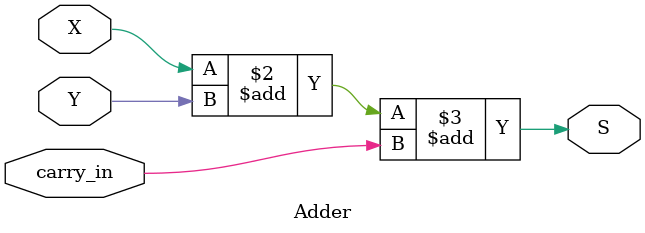
<source format=v>
module Adder(X, Y, carry_in, S);
    parameter n = 1;
    input [n-1: 0] X, Y;
    input carry_in;
    output reg [n-1: 0] S;

    always @(X, Y, carry_in)
        S = X + Y + carry_in;
        
endmodule
</source>
